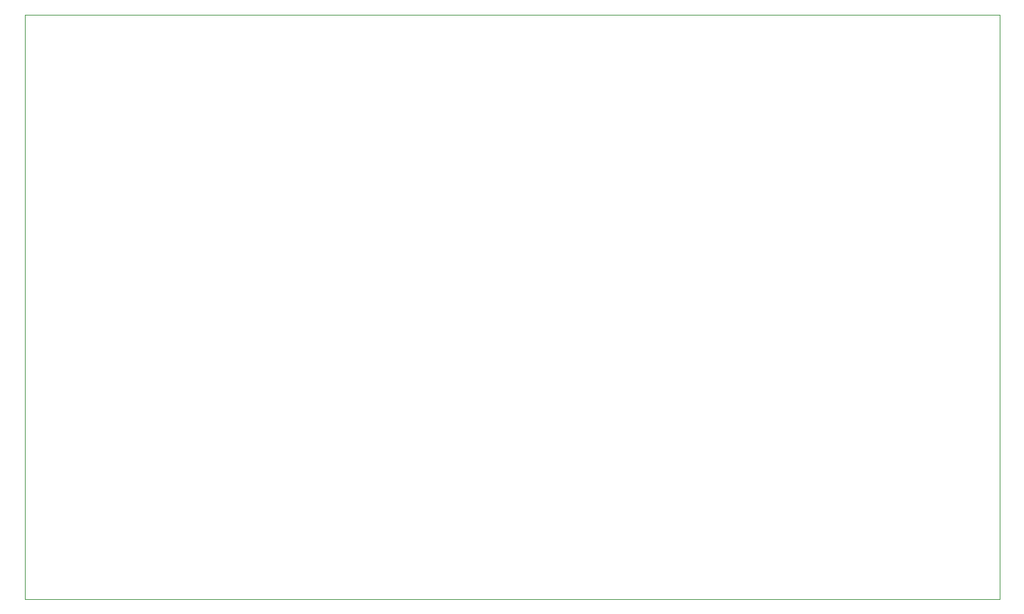
<source format=gbr>
G04 #@! TF.GenerationSoftware,KiCad,Pcbnew,8.0.1*
G04 #@! TF.CreationDate,2024-04-23T08:11:35+07:00*
G04 #@! TF.ProjectId,IncuTester_SMD,496e6375-5465-4737-9465-725f534d442e,rev?*
G04 #@! TF.SameCoordinates,Original*
G04 #@! TF.FileFunction,Profile,NP*
%FSLAX46Y46*%
G04 Gerber Fmt 4.6, Leading zero omitted, Abs format (unit mm)*
G04 Created by KiCad (PCBNEW 8.0.1) date 2024-04-23 08:11:35*
%MOMM*%
%LPD*%
G01*
G04 APERTURE LIST*
G04 #@! TA.AperFunction,Profile*
%ADD10C,0.100000*%
G04 #@! TD*
G04 APERTURE END LIST*
D10*
X95504000Y-61976000D02*
X217932000Y-61976000D01*
X217932000Y-135382000D01*
X95504000Y-135382000D01*
X95504000Y-61976000D01*
M02*

</source>
